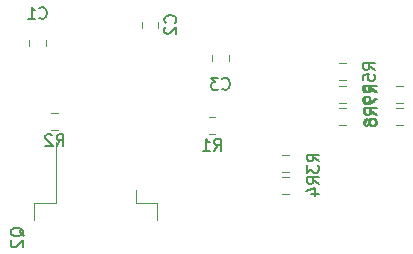
<source format=gbr>
%TF.GenerationSoftware,KiCad,Pcbnew,(5.1.6)-1*%
%TF.CreationDate,2020-10-06T09:22:04-05:00*%
%TF.ProjectId,desk_lamp,6465736b-5f6c-4616-9d70-2e6b69636164,rev?*%
%TF.SameCoordinates,Original*%
%TF.FileFunction,Legend,Bot*%
%TF.FilePolarity,Positive*%
%FSLAX46Y46*%
G04 Gerber Fmt 4.6, Leading zero omitted, Abs format (unit mm)*
G04 Created by KiCad (PCBNEW (5.1.6)-1) date 2020-10-06 09:22:04*
%MOMM*%
%LPD*%
G01*
G04 APERTURE LIST*
%ADD10C,0.120000*%
%ADD11C,0.150000*%
G04 APERTURE END LIST*
D10*
%TO.C,R9*%
X93017078Y-34365000D02*
X92499922Y-34365000D01*
X93017078Y-32945000D02*
X92499922Y-32945000D01*
%TO.C,R8*%
X93017078Y-36270000D02*
X92499922Y-36270000D01*
X93017078Y-34850000D02*
X92499922Y-34850000D01*
%TO.C,R7*%
X97325922Y-32945000D02*
X97843078Y-32945000D01*
X97325922Y-34365000D02*
X97843078Y-34365000D01*
%TO.C,R6*%
X97325922Y-34850000D02*
X97843078Y-34850000D01*
X97325922Y-36270000D02*
X97843078Y-36270000D01*
%TO.C,R5*%
X93017078Y-32460000D02*
X92499922Y-32460000D01*
X93017078Y-31040000D02*
X92499922Y-31040000D01*
%TO.C,R4*%
X88191078Y-42112000D02*
X87673922Y-42112000D01*
X88191078Y-40692000D02*
X87673922Y-40692000D01*
%TO.C,R3*%
X88191078Y-40207000D02*
X87673922Y-40207000D01*
X88191078Y-38787000D02*
X87673922Y-38787000D01*
%TO.C,R2*%
X68115922Y-35231000D02*
X68633078Y-35231000D01*
X68115922Y-36651000D02*
X68633078Y-36651000D01*
%TO.C,R1*%
X81450922Y-35612000D02*
X81968078Y-35612000D01*
X81450922Y-37032000D02*
X81968078Y-37032000D01*
%TO.C,Q2*%
X66663000Y-44336000D02*
X66663000Y-42836000D01*
X66663000Y-42836000D02*
X68473000Y-42836000D01*
X68473000Y-42836000D02*
X68473000Y-37711000D01*
X77063000Y-44336000D02*
X77063000Y-42836000D01*
X77063000Y-42836000D02*
X75253000Y-42836000D01*
X75253000Y-42836000D02*
X75253000Y-41736000D01*
%TO.C,C3*%
X81713000Y-30865578D02*
X81713000Y-30348422D01*
X83133000Y-30865578D02*
X83133000Y-30348422D01*
%TO.C,C2*%
X75744000Y-28023078D02*
X75744000Y-27505922D01*
X77164000Y-28023078D02*
X77164000Y-27505922D01*
%TO.C,C1*%
X66219000Y-29547078D02*
X66219000Y-29029922D01*
X67639000Y-29547078D02*
X67639000Y-29029922D01*
%TO.C,R9*%
D11*
X95496880Y-33488333D02*
X95020690Y-33155000D01*
X95496880Y-32916904D02*
X94496880Y-32916904D01*
X94496880Y-33297857D01*
X94544500Y-33393095D01*
X94592119Y-33440714D01*
X94687357Y-33488333D01*
X94830214Y-33488333D01*
X94925452Y-33440714D01*
X94973071Y-33393095D01*
X95020690Y-33297857D01*
X95020690Y-32916904D01*
X95496880Y-33964523D02*
X95496880Y-34155000D01*
X95449261Y-34250238D01*
X95401642Y-34297857D01*
X95258785Y-34393095D01*
X95068309Y-34440714D01*
X94687357Y-34440714D01*
X94592119Y-34393095D01*
X94544500Y-34345476D01*
X94496880Y-34250238D01*
X94496880Y-34059761D01*
X94544500Y-33964523D01*
X94592119Y-33916904D01*
X94687357Y-33869285D01*
X94925452Y-33869285D01*
X95020690Y-33916904D01*
X95068309Y-33964523D01*
X95115928Y-34059761D01*
X95115928Y-34250238D01*
X95068309Y-34345476D01*
X95020690Y-34393095D01*
X94925452Y-34440714D01*
%TO.C,R8*%
X95575380Y-35393333D02*
X95099190Y-35060000D01*
X95575380Y-34821904D02*
X94575380Y-34821904D01*
X94575380Y-35202857D01*
X94623000Y-35298095D01*
X94670619Y-35345714D01*
X94765857Y-35393333D01*
X94908714Y-35393333D01*
X95003952Y-35345714D01*
X95051571Y-35298095D01*
X95099190Y-35202857D01*
X95099190Y-34821904D01*
X95003952Y-35964761D02*
X94956333Y-35869523D01*
X94908714Y-35821904D01*
X94813476Y-35774285D01*
X94765857Y-35774285D01*
X94670619Y-35821904D01*
X94623000Y-35869523D01*
X94575380Y-35964761D01*
X94575380Y-36155238D01*
X94623000Y-36250476D01*
X94670619Y-36298095D01*
X94765857Y-36345714D01*
X94813476Y-36345714D01*
X94908714Y-36298095D01*
X94956333Y-36250476D01*
X95003952Y-36155238D01*
X95003952Y-35964761D01*
X95051571Y-35869523D01*
X95099190Y-35821904D01*
X95194428Y-35774285D01*
X95384904Y-35774285D01*
X95480142Y-35821904D01*
X95527761Y-35869523D01*
X95575380Y-35964761D01*
X95575380Y-36155238D01*
X95527761Y-36250476D01*
X95480142Y-36298095D01*
X95384904Y-36345714D01*
X95194428Y-36345714D01*
X95099190Y-36298095D01*
X95051571Y-36250476D01*
X95003952Y-36155238D01*
%TO.C,R7*%
X95672380Y-33488333D02*
X95196190Y-33155000D01*
X95672380Y-32916904D02*
X94672380Y-32916904D01*
X94672380Y-33297857D01*
X94720000Y-33393095D01*
X94767619Y-33440714D01*
X94862857Y-33488333D01*
X95005714Y-33488333D01*
X95100952Y-33440714D01*
X95148571Y-33393095D01*
X95196190Y-33297857D01*
X95196190Y-32916904D01*
X94672380Y-33821666D02*
X94672380Y-34488333D01*
X95672380Y-34059761D01*
%TO.C,R6*%
X95672380Y-35393333D02*
X95196190Y-35060000D01*
X95672380Y-34821904D02*
X94672380Y-34821904D01*
X94672380Y-35202857D01*
X94720000Y-35298095D01*
X94767619Y-35345714D01*
X94862857Y-35393333D01*
X95005714Y-35393333D01*
X95100952Y-35345714D01*
X95148571Y-35298095D01*
X95196190Y-35202857D01*
X95196190Y-34821904D01*
X94672380Y-36250476D02*
X94672380Y-36060000D01*
X94720000Y-35964761D01*
X94767619Y-35917142D01*
X94910476Y-35821904D01*
X95100952Y-35774285D01*
X95481904Y-35774285D01*
X95577142Y-35821904D01*
X95624761Y-35869523D01*
X95672380Y-35964761D01*
X95672380Y-36155238D01*
X95624761Y-36250476D01*
X95577142Y-36298095D01*
X95481904Y-36345714D01*
X95243809Y-36345714D01*
X95148571Y-36298095D01*
X95100952Y-36250476D01*
X95053333Y-36155238D01*
X95053333Y-35964761D01*
X95100952Y-35869523D01*
X95148571Y-35821904D01*
X95243809Y-35774285D01*
%TO.C,R5*%
X95496880Y-31583333D02*
X95020690Y-31250000D01*
X95496880Y-31011904D02*
X94496880Y-31011904D01*
X94496880Y-31392857D01*
X94544500Y-31488095D01*
X94592119Y-31535714D01*
X94687357Y-31583333D01*
X94830214Y-31583333D01*
X94925452Y-31535714D01*
X94973071Y-31488095D01*
X95020690Y-31392857D01*
X95020690Y-31011904D01*
X94496880Y-32488095D02*
X94496880Y-32011904D01*
X94973071Y-31964285D01*
X94925452Y-32011904D01*
X94877833Y-32107142D01*
X94877833Y-32345238D01*
X94925452Y-32440476D01*
X94973071Y-32488095D01*
X95068309Y-32535714D01*
X95306404Y-32535714D01*
X95401642Y-32488095D01*
X95449261Y-32440476D01*
X95496880Y-32345238D01*
X95496880Y-32107142D01*
X95449261Y-32011904D01*
X95401642Y-31964285D01*
%TO.C,R4*%
X90749380Y-41235333D02*
X90273190Y-40902000D01*
X90749380Y-40663904D02*
X89749380Y-40663904D01*
X89749380Y-41044857D01*
X89797000Y-41140095D01*
X89844619Y-41187714D01*
X89939857Y-41235333D01*
X90082714Y-41235333D01*
X90177952Y-41187714D01*
X90225571Y-41140095D01*
X90273190Y-41044857D01*
X90273190Y-40663904D01*
X90082714Y-42092476D02*
X90749380Y-42092476D01*
X89701761Y-41854380D02*
X90416047Y-41616285D01*
X90416047Y-42235333D01*
%TO.C,R3*%
X90749380Y-39330333D02*
X90273190Y-38997000D01*
X90749380Y-38758904D02*
X89749380Y-38758904D01*
X89749380Y-39139857D01*
X89797000Y-39235095D01*
X89844619Y-39282714D01*
X89939857Y-39330333D01*
X90082714Y-39330333D01*
X90177952Y-39282714D01*
X90225571Y-39235095D01*
X90273190Y-39139857D01*
X90273190Y-38758904D01*
X89749380Y-39663666D02*
X89749380Y-40282714D01*
X90130333Y-39949380D01*
X90130333Y-40092238D01*
X90177952Y-40187476D01*
X90225571Y-40235095D01*
X90320809Y-40282714D01*
X90558904Y-40282714D01*
X90654142Y-40235095D01*
X90701761Y-40187476D01*
X90749380Y-40092238D01*
X90749380Y-39806523D01*
X90701761Y-39711285D01*
X90654142Y-39663666D01*
%TO.C,R2*%
X68541166Y-38043380D02*
X68874500Y-37567190D01*
X69112595Y-38043380D02*
X69112595Y-37043380D01*
X68731642Y-37043380D01*
X68636404Y-37091000D01*
X68588785Y-37138619D01*
X68541166Y-37233857D01*
X68541166Y-37376714D01*
X68588785Y-37471952D01*
X68636404Y-37519571D01*
X68731642Y-37567190D01*
X69112595Y-37567190D01*
X68160214Y-37138619D02*
X68112595Y-37091000D01*
X68017357Y-37043380D01*
X67779261Y-37043380D01*
X67684023Y-37091000D01*
X67636404Y-37138619D01*
X67588785Y-37233857D01*
X67588785Y-37329095D01*
X67636404Y-37471952D01*
X68207833Y-38043380D01*
X67588785Y-38043380D01*
%TO.C,R1*%
X81876166Y-38424380D02*
X82209500Y-37948190D01*
X82447595Y-38424380D02*
X82447595Y-37424380D01*
X82066642Y-37424380D01*
X81971404Y-37472000D01*
X81923785Y-37519619D01*
X81876166Y-37614857D01*
X81876166Y-37757714D01*
X81923785Y-37852952D01*
X81971404Y-37900571D01*
X82066642Y-37948190D01*
X82447595Y-37948190D01*
X80923785Y-38424380D02*
X81495214Y-38424380D01*
X81209500Y-38424380D02*
X81209500Y-37424380D01*
X81304738Y-37567238D01*
X81399976Y-37662476D01*
X81495214Y-37710095D01*
%TO.C,Q2*%
X65760619Y-45690761D02*
X65713000Y-45595523D01*
X65617761Y-45500285D01*
X65474904Y-45357428D01*
X65427285Y-45262190D01*
X65427285Y-45166952D01*
X65665380Y-45214571D02*
X65617761Y-45119333D01*
X65522523Y-45024095D01*
X65332047Y-44976476D01*
X64998714Y-44976476D01*
X64808238Y-45024095D01*
X64713000Y-45119333D01*
X64665380Y-45214571D01*
X64665380Y-45405047D01*
X64713000Y-45500285D01*
X64808238Y-45595523D01*
X64998714Y-45643142D01*
X65332047Y-45643142D01*
X65522523Y-45595523D01*
X65617761Y-45500285D01*
X65665380Y-45405047D01*
X65665380Y-45214571D01*
X64760619Y-46024095D02*
X64713000Y-46071714D01*
X64665380Y-46166952D01*
X64665380Y-46405047D01*
X64713000Y-46500285D01*
X64760619Y-46547904D01*
X64855857Y-46595523D01*
X64951095Y-46595523D01*
X65093952Y-46547904D01*
X65665380Y-45976476D01*
X65665380Y-46595523D01*
%TO.C,C3*%
X82589666Y-33171642D02*
X82637285Y-33219261D01*
X82780142Y-33266880D01*
X82875380Y-33266880D01*
X83018238Y-33219261D01*
X83113476Y-33124023D01*
X83161095Y-33028785D01*
X83208714Y-32838309D01*
X83208714Y-32695452D01*
X83161095Y-32504976D01*
X83113476Y-32409738D01*
X83018238Y-32314500D01*
X82875380Y-32266880D01*
X82780142Y-32266880D01*
X82637285Y-32314500D01*
X82589666Y-32362119D01*
X82256333Y-32266880D02*
X81637285Y-32266880D01*
X81970619Y-32647833D01*
X81827761Y-32647833D01*
X81732523Y-32695452D01*
X81684904Y-32743071D01*
X81637285Y-32838309D01*
X81637285Y-33076404D01*
X81684904Y-33171642D01*
X81732523Y-33219261D01*
X81827761Y-33266880D01*
X82113476Y-33266880D01*
X82208714Y-33219261D01*
X82256333Y-33171642D01*
%TO.C,C2*%
X78589142Y-27597833D02*
X78636761Y-27550214D01*
X78684380Y-27407357D01*
X78684380Y-27312119D01*
X78636761Y-27169261D01*
X78541523Y-27074023D01*
X78446285Y-27026404D01*
X78255809Y-26978785D01*
X78112952Y-26978785D01*
X77922476Y-27026404D01*
X77827238Y-27074023D01*
X77732000Y-27169261D01*
X77684380Y-27312119D01*
X77684380Y-27407357D01*
X77732000Y-27550214D01*
X77779619Y-27597833D01*
X77779619Y-27978785D02*
X77732000Y-28026404D01*
X77684380Y-28121642D01*
X77684380Y-28359738D01*
X77732000Y-28454976D01*
X77779619Y-28502595D01*
X77874857Y-28550214D01*
X77970095Y-28550214D01*
X78112952Y-28502595D01*
X78684380Y-27931166D01*
X78684380Y-28550214D01*
%TO.C,C1*%
X67095666Y-27184142D02*
X67143285Y-27231761D01*
X67286142Y-27279380D01*
X67381380Y-27279380D01*
X67524238Y-27231761D01*
X67619476Y-27136523D01*
X67667095Y-27041285D01*
X67714714Y-26850809D01*
X67714714Y-26707952D01*
X67667095Y-26517476D01*
X67619476Y-26422238D01*
X67524238Y-26327000D01*
X67381380Y-26279380D01*
X67286142Y-26279380D01*
X67143285Y-26327000D01*
X67095666Y-26374619D01*
X66143285Y-27279380D02*
X66714714Y-27279380D01*
X66429000Y-27279380D02*
X66429000Y-26279380D01*
X66524238Y-26422238D01*
X66619476Y-26517476D01*
X66714714Y-26565095D01*
%TD*%
M02*

</source>
